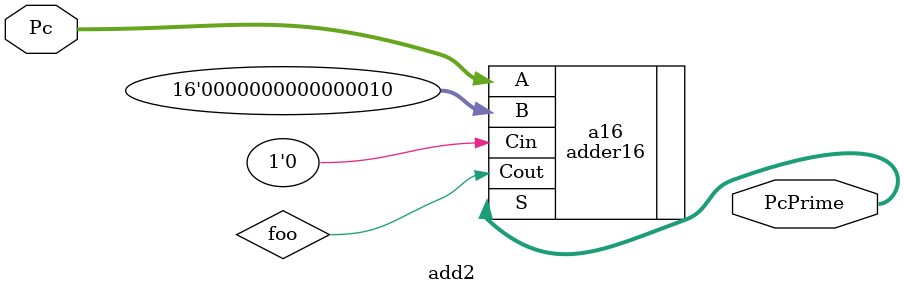
<source format=v>
module add2(Pc, PcPrime);
   input [15:0] Pc;
   output [15:0] PcPrime;
   wire 	 foo;   // The compiler yells at us if we don't use outputs
   
   adder16 a16(.A(Pc), .B (16'd2), .Cin(1'b0), .S(PcPrime), .Cout(foo));
endmodule // add2

   
</source>
